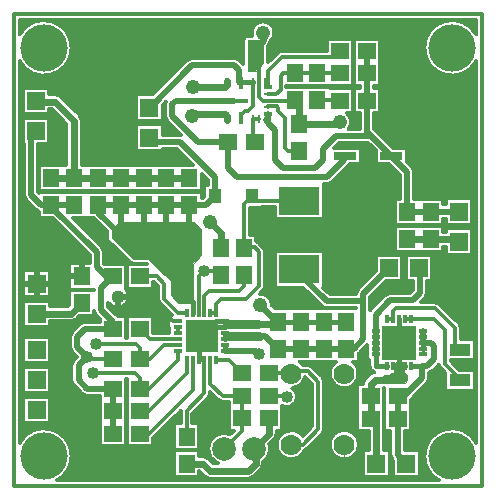
<source format=gbr>
G04 DesignSpark PCB Gerber Version 10.0 Build 5299*
G04 #@! TF.Part,Single*
G04 #@! TF.FileFunction,Copper,L1,Top*
G04 #@! TF.FilePolarity,Positive*
%FSLAX35Y35*%
%MOIN*%
G04 #@! TA.AperFunction,SMDPad,CuDef*
%ADD79R,0.00984X0.02756*%
%ADD27R,0.01181X0.02953*%
%ADD74R,0.01181X0.03150*%
%ADD83R,0.01378X0.02362*%
%ADD84R,0.01575X0.02362*%
%ADD80R,0.01575X0.03937*%
%ADD26R,0.04409X0.04803*%
%ADD20R,0.05500X0.06000*%
G04 #@! TA.AperFunction,ComponentPad*
%ADD21R,0.06000X0.06000*%
G04 #@! TA.AperFunction,SMDPad,CuDef*
%ADD75R,0.11024X0.11024*%
%ADD29R,0.11220X0.11220*%
G04 #@! TD.AperFunction*
%ADD10C,0.00394*%
%ADD17C,0.00787*%
%ADD13C,0.01181*%
%ADD11C,0.01200*%
%ADD16C,0.01575*%
%ADD12C,0.01969*%
%ADD18C,0.02362*%
%ADD19C,0.03543*%
G04 #@! TA.AperFunction,ViaPad*
%ADD15C,0.04000*%
%ADD14C,0.04409*%
%ADD70C,0.04803*%
G04 #@! TA.AperFunction,ComponentPad*
%ADD23C,0.07000*%
%ADD24C,0.07874*%
G04 #@! TA.AperFunction,WasherPad*
%ADD71C,0.15748*%
G04 #@! TA.AperFunction,SMDPad,CuDef*
%ADD77R,0.02756X0.00984*%
%ADD78R,0.02756X0.01181*%
%ADD28R,0.02953X0.01181*%
%ADD73R,0.03150X0.01181*%
%ADD76R,0.02756X0.01575*%
%ADD81R,0.03150X0.01575*%
%ADD82R,0.09449X0.01575*%
%ADD85R,0.07677X0.02559*%
%ADD72R,0.07087X0.04331*%
%ADD22R,0.06000X0.05500*%
%ADD25R,0.13386X0.09449*%
G04 #@! TD.AperFunction*
X0Y0D02*
D02*
D10*
X77765Y76584D02*
X73828D01*
X71466Y78946D01*
Y83671D01*
X63986Y91151D01*
X58868D01*
X51781Y98238D01*
Y100994D01*
X54143Y103356D01*
X79340D01*
X81702Y100994D01*
Y92332D01*
X78946Y89576D01*
Y77765D01*
X77765Y76584D01*
G36*
X77765Y76584D02*
X73828D01*
X71466Y78946D01*
Y83671D01*
X63986Y91151D01*
X58868D01*
X51781Y98238D01*
Y100994D01*
X54143Y103356D01*
X79340D01*
X81702Y100994D01*
Y92332D01*
X78946Y89576D01*
Y77765D01*
X77765Y76584D01*
G37*
X89576Y67923D02*
Y70679D01*
X100994D01*
X101781Y69891D01*
Y68710D01*
X100994Y67923D01*
X89576D01*
G36*
X89576Y67923D02*
Y70679D01*
X100994D01*
X101781Y69891D01*
Y68710D01*
X100994Y67923D01*
X89576D01*
G37*
X89655Y66742D02*
Y63986D01*
X101466D01*
X102254Y64773D01*
Y65876D01*
X101387Y66742D01*
X89655D01*
G36*
X89655Y66742D02*
Y63986D01*
X101466D01*
X102254Y64773D01*
Y65876D01*
X101387Y66742D01*
X89655D01*
G37*
X97214Y163986D02*
Y153907D01*
X99734D01*
X102254Y156427D01*
Y163986D01*
X97214D01*
G36*
X97214Y163986D02*
Y153907D01*
X99734D01*
X102254Y156427D01*
Y163986D01*
X97214D01*
G37*
X129340Y29222D02*
Y22883D01*
X137214Y49813D02*
X149419D01*
X150206Y50600D01*
Y52569D01*
X149655Y53120D01*
X145088D01*
X144301Y52332D01*
X142569D01*
X142017Y51781D01*
X139183D01*
X137214Y49813D01*
G36*
X137214Y49813D02*
X149419D01*
X150206Y50600D01*
Y52569D01*
X149655Y53120D01*
X145088D01*
X144301Y52332D01*
X142569D01*
X142017Y51781D01*
X139183D01*
X137214Y49813D01*
G37*
D02*
D11*
X19104Y15324D02*
X175324D01*
Y172805D01*
X19104D01*
Y15324D01*
X21091Y156960D02*
Y29909D01*
G75*
G02*
X38444Y25403I8091J-4506D01*
G01*
G75*
G02*
X33689Y17312I-9261J0D01*
G01*
X160740D01*
G75*
G02*
X155984Y25403I4506J8091D01*
G01*
G75*
G02*
X173337Y29909I9261J0D01*
G01*
Y156960D01*
G75*
G02*
X155984Y161466I-8091J4506D01*
G01*
G75*
G02*
X173337Y165972I9261J0D01*
G01*
Y170817D01*
X21091D01*
Y165972D01*
G75*
G02*
X38444Y161466I8091J-4506D01*
G01*
G75*
G02*
X21091Y156960I-9261J0D01*
G01*
X168326Y64387D02*
X172852D01*
Y57285D01*
X164783D01*
Y56931D01*
X167563Y54151D01*
X172852D01*
Y47049D01*
X162994D01*
Y53126D01*
X161408Y54711D01*
G75*
G02*
X160837Y55908I1396J1400D01*
G01*
X158735Y53806D01*
G75*
G02*
X157696Y53198I-1679J1676D01*
G01*
Y51387D01*
G75*
G02*
X157000Y49709I-2372J0D01*
G01*
X151454Y44163D01*
Y33706D01*
X149440D01*
Y27269D01*
X154435D01*
Y18498D01*
X145663D01*
Y23915D01*
X145393Y24185D01*
G75*
G02*
X144697Y25864I1676J1678D01*
G01*
Y33706D01*
X142683D01*
Y48228D01*
X142454D01*
Y36764D01*
G75*
G02*
X142617Y35864I-2406J-900D01*
G01*
G75*
G02*
Y35863I-1147J0D01*
G01*
G75*
G02*
Y35860I-907J-1D01*
G01*
Y27269D01*
X144435D01*
Y18498D01*
X135663D01*
Y27269D01*
X137480D01*
Y33706D01*
X133683D01*
Y49482D01*
X135530D01*
G75*
G02*
X135633Y49907I2538J-389D01*
G01*
G75*
G02*
X136094Y50933I1581J-95D01*
G01*
X138063Y52901D01*
G75*
G02*
X139185Y53365I1120J-1120D01*
G01*
X139344D01*
G75*
G02*
X138511Y53885I705J2057D01*
G01*
X138196Y54200D01*
G75*
G02*
X137559Y55738I1538J1538D01*
G01*
Y57285D01*
X136872D01*
Y62258D01*
X134156Y59543D01*
G75*
G02*
X134108Y59495I-1685J1678D01*
G01*
Y56832D01*
X132165D01*
G75*
G02*
X129340Y47957I-2825J-3988D01*
G01*
G75*
G02*
X126515Y56832I0J4887D01*
G01*
X114449D01*
G75*
G02*
X115570Y55728I-2825J-3987D01*
G01*
X117132D01*
G75*
G02*
X118534Y55148I4J-1978D01*
G01*
X122078Y51605D01*
G75*
G02*
X122657Y50206I-1399J-1398D01*
G01*
G75*
G02*
Y50203I-810J-2D01*
G01*
Y34458D01*
G75*
G02*
X122075Y33057I-1978J0D01*
G01*
X116843Y27826D01*
G75*
G02*
X116148Y27374I-1400J1396D01*
G01*
G75*
G02*
X106736Y29222I-4525J1848D01*
G01*
G75*
G02*
X115552Y32129I4887J0D01*
G01*
X118701Y35278D01*
Y49387D01*
X116378Y51710D01*
G75*
G02*
X112021Y47973I-4754J1134D01*
G01*
G75*
G02*
X108620Y42117I-1776J-2885D01*
G01*
Y33864D01*
X106802D01*
Y32836D01*
G75*
G02*
X106048Y31017I-2569J0D01*
G01*
X104356Y29326D01*
G75*
G02*
X102302Y23487I-5114J-1481D01*
G01*
Y22883D01*
G75*
G02*
X101548Y21065I-2569J0D01*
G01*
X99033Y18550D01*
G75*
G02*
X97214Y17795I-1819J1814D01*
G01*
X84616D01*
G75*
G02*
X82797Y18550I0J2569D01*
G01*
X81044Y20303D01*
X80880D01*
Y18486D01*
X72604D01*
Y27257D01*
X80880D01*
Y25440D01*
X82108D01*
G75*
G02*
X83927Y24685I0J-2569D01*
G01*
X85680Y22932D01*
X87187D01*
G75*
G02*
X83917Y27844I2055J4912D01*
G01*
G75*
G02*
X91339Y32738I5324J0D01*
G01*
X92464Y33864D01*
X90848D01*
Y43504D01*
X88789D01*
G75*
G02*
X87388Y44085I0J1978D01*
G01*
X84704Y46770D01*
Y46328D01*
G75*
G02*
X84122Y44928I-1978J0D01*
G01*
X78720Y39525D01*
Y36257D01*
X80880D01*
Y27486D01*
X72604D01*
Y36257D01*
X74764D01*
Y40344D01*
G75*
G02*
X74778Y40583I1978J0D01*
G01*
X65643Y31448D01*
G75*
G02*
X65628Y31433I-1408J1393D01*
G01*
Y28706D01*
X56856D01*
Y51142D01*
X56628D01*
Y28706D01*
X47856D01*
Y45472D01*
X43513D01*
G75*
G02*
X41835Y46169I0J2372D01*
G01*
X39082Y48922D01*
G75*
G02*
X38386Y50600I1676J1678D01*
G01*
Y55718D01*
G75*
G02*
X39082Y57396I2372J0D01*
G01*
X40126Y58441D01*
G75*
G02*
Y58474I3378J17D01*
G01*
G75*
G02*
Y58507I3378J17D01*
G01*
X38688Y59945D01*
G75*
G02*
X37992Y61624I1676J1678D01*
G01*
Y65167D01*
G75*
G02*
X38688Y66845I2372J0D01*
G01*
X41363Y69520D01*
G75*
G02*
X43041Y70216I1678J-1676D01*
G01*
X47856D01*
Y71250D01*
X46562Y72544D01*
G75*
G02*
X45919Y73725I1676J1679D01*
G01*
Y71950D01*
X41028D01*
X40105Y71028D01*
G75*
G02*
X38285Y70276I-1816J1816D01*
G01*
X31128D01*
Y68458D01*
X22356D01*
Y77230D01*
X31128D01*
Y75413D01*
X37225D01*
X37643Y75831D01*
Y80722D01*
X45866D01*
Y80754D01*
X37446D01*
Y89919D01*
X44449D01*
Y92452D01*
X32195Y104706D01*
X27565D01*
Y106847D01*
G75*
G02*
X26650Y107417I764J2246D01*
G01*
X23334Y110733D01*
G75*
G02*
X22638Y112411I1676J1678D01*
G01*
Y129364D01*
X22277D01*
Y138135D01*
X31049D01*
Y129364D01*
X27381D01*
Y113393D01*
X27565Y113210D01*
Y113478D01*
X81746D01*
Y111464D01*
X82322D01*
X82639Y111781D01*
Y115805D01*
X83858D01*
Y117452D01*
X81746Y119565D01*
Y113706D01*
X27565D01*
Y122478D01*
X36693D01*
Y136072D01*
X31820Y140945D01*
X31049D01*
Y139364D01*
X22277D01*
Y148135D01*
X31049D01*
Y146082D01*
X32883D01*
G75*
G02*
X34702Y145327I0J-2569D01*
G01*
X41075Y138954D01*
G75*
G02*
X41830Y137135I-1814J-1819D01*
G01*
Y122478D01*
X78833D01*
X73555Y127756D01*
X68765D01*
Y127159D01*
X59994D01*
Y135931D01*
X68765D01*
Y132499D01*
X74537D01*
G75*
G02*
X74998Y132454I0J-2372D01*
G01*
X70342Y137111D01*
G75*
G02*
X69646Y138789I1676J1678D01*
G01*
Y142726D01*
G75*
G02*
X69780Y143513I2372J0D01*
G01*
X68765Y142498D01*
Y137159D01*
X59994D01*
Y145931D01*
X65490D01*
X76953Y157394D01*
G75*
G02*
X78631Y158090I1678J-1676D01*
G01*
X92726D01*
G75*
G02*
X94404Y157394I0J-2372D01*
G01*
X95630Y156168D01*
Y163986D01*
G75*
G02*
X97214Y165570I1584J0D01*
G01*
X98582D01*
G75*
G02*
X98465Y166506I3672J935D01*
G01*
G75*
G02*
X106043I3789J0D01*
G01*
G75*
G02*
X104807Y163706I-3789J0D01*
G01*
G75*
G02*
X104067Y162167I-2553J280D01*
G01*
X103838Y161938D01*
Y156635D01*
X107073Y159870D01*
G75*
G02*
X108474Y160452I1401J-1396D01*
G01*
X123604D01*
Y164580D01*
X132376D01*
Y148824D01*
X124423D01*
Y148746D01*
X110058D01*
Y148517D01*
X124423D01*
Y148045D01*
X132376D01*
Y139769D01*
X130144D01*
G75*
G02*
X130735Y134468I-2379J-2949D01*
G01*
X134618D01*
Y139769D01*
X132604D01*
Y148045D01*
X134618D01*
Y148824D01*
X132604D01*
Y164580D01*
X141376D01*
Y148824D01*
X139361D01*
Y148045D01*
X141376D01*
Y139769D01*
X139361D01*
Y134385D01*
X139972Y133774D01*
G75*
G02*
X139975Y133772I-1878J-1881D01*
G01*
X140023Y133724D01*
X145678Y128069D01*
X150214D01*
Y123533D01*
X151882Y121865D01*
G75*
G02*
X152578Y120187I-1676J-1678D01*
G01*
Y111061D01*
X162218D01*
Y109271D01*
X163143D01*
Y111285D01*
X171915D01*
Y102513D01*
X163143D01*
Y104528D01*
X162218D01*
Y102289D01*
X146069D01*
Y111061D01*
X147835D01*
Y119204D01*
X144301Y122738D01*
X139765D01*
Y127274D01*
X137315Y129724D01*
X127567D01*
X125911Y128069D01*
X134860D01*
Y122738D01*
X131190D01*
G75*
G02*
X131016Y122544I-1850J1484D01*
G01*
X125113Y116641D01*
G75*
G02*
X123435Y115945I-1678J1676D01*
G01*
X122458D01*
Y104332D01*
X106301D01*
Y108465D01*
X102025D01*
Y108230D01*
X97854D01*
Y99230D01*
X100013D01*
Y96975D01*
G75*
G02*
X100818Y96487I-594J-1887D01*
G01*
X102393Y94912D01*
G75*
G02*
X102972Y93513I-1399J-1398D01*
G01*
G75*
G02*
Y93510I-810J-2D01*
G01*
Y82096D01*
G75*
G02*
X102390Y80695I-1978J0D01*
G01*
X101279Y79584D01*
G75*
G02*
X105176Y75797I108J-3787D01*
G01*
G75*
G02*
X105173Y75643I-3791J1D01*
G01*
X106213Y74604D01*
X133268D01*
Y74606D01*
X123435D01*
G75*
G02*
X121756Y75302I0J2372D01*
G01*
X115561Y81498D01*
X106301D01*
Y93718D01*
X122458D01*
Y81498D01*
X122269D01*
X124417Y79350D01*
X133268D01*
G75*
G02*
X133964Y81019I2372J-10D01*
G01*
X139915Y86970D01*
Y92387D01*
X148687D01*
Y83616D01*
X143269D01*
X138011Y78358D01*
Y76589D01*
G75*
G02*
Y76584I-2386J-2D01*
G01*
G75*
G02*
Y76580I-2386J-2D01*
G01*
Y74041D01*
G75*
G02*
X138058Y74089I1725J-1635D01*
G01*
X143016Y79047D01*
G75*
G02*
X144694Y79743I1678J-1676D01*
G01*
X151193D01*
X152165Y80716D01*
Y83616D01*
X149915D01*
Y92387D01*
X158687D01*
Y83616D01*
X156909D01*
Y79734D01*
G75*
G02*
X156213Y78056I-2372J0D01*
G01*
X154751Y76594D01*
X159655D01*
G75*
G02*
X161056Y76012I0J-1978D01*
G01*
X167744Y69324D01*
G75*
G02*
X168326Y67923I-1396J-1401D01*
G01*
Y64387D01*
X163143Y101285D02*
X171915D01*
Y92513D01*
X163143D01*
Y95106D01*
X162218D01*
Y93289D01*
X146069D01*
Y102061D01*
X162218D01*
Y100243D01*
X163143D01*
Y101285D01*
X124453Y29222D02*
G75*
G02*
X134228I4887J0D01*
G01*
G75*
G02*
X124453I-4887J0D01*
G01*
X22159Y87427D02*
X31324D01*
Y78261D01*
X22159D01*
Y87427D01*
X22356Y45065D02*
X31128D01*
Y36293D01*
X22356D01*
Y45065D01*
Y55065D02*
X31128D01*
Y46293D01*
X22356D01*
Y55065D01*
Y65065D02*
X31128D01*
Y56293D01*
X22356D01*
Y65065D01*
X38444Y25403D02*
G36*
X38444Y25403D02*
G75*
G02*
X34628Y17912I-9261J0D01*
G01*
X83850D01*
G75*
G02*
X82797Y18550I765J2451D01*
G01*
X81044Y20303D01*
X80880D01*
Y18486D01*
X72604D01*
Y27257D01*
X80880D01*
Y25440D01*
X82108D01*
G75*
G02*
X83927Y24685I0J-2568D01*
G01*
X85680Y22932D01*
X87187D01*
G75*
G02*
X83917Y27844I2055J4912D01*
G01*
G75*
G02*
X84099Y29222I5325J0D01*
G01*
X80880D01*
Y27486D01*
X72604D01*
Y29222D01*
X65628D01*
Y28706D01*
X56856D01*
Y29222D01*
X56628D01*
Y28706D01*
X47856D01*
Y29222D01*
X37620D01*
G75*
G02*
X38444Y25403I-8437J-3819D01*
G01*
G37*
X99033Y18550D02*
G36*
X99033Y18550D02*
G75*
G02*
X97980Y17912I-1819J1813D01*
G01*
X159800D01*
G75*
G02*
X155984Y25403I5446J7491D01*
G01*
G75*
G02*
X156808Y29222I9261J0D01*
G01*
X149440D01*
Y27269D01*
X154435D01*
Y18498D01*
X145663D01*
Y23915D01*
X145393Y24185D01*
G75*
G02*
X144697Y25864I1677J1679D01*
G01*
Y29222D01*
X142617D01*
Y27269D01*
X144435D01*
Y18498D01*
X135663D01*
Y27269D01*
X137480D01*
Y29222D01*
X134228D01*
G75*
G02*
X124453I-4887J0D01*
G01*
X118240D01*
X116843Y27826D01*
G75*
G02*
X116148Y27374I-1405J1404D01*
G01*
G75*
G02*
X106736Y29222I-4525J1848D01*
G01*
X104385D01*
G75*
G02*
X104566Y27844I-5143J-1378D01*
G01*
G75*
G02*
X102302Y23487I-5324J0D01*
G01*
Y22883D01*
Y22883D01*
G75*
G02*
X101548Y21065I-2568J0D01*
G01*
X99033Y18550D01*
G37*
X21691Y40679D02*
G36*
X21691Y40679D02*
Y30848D01*
G75*
G02*
X37620Y29222I7491J-5445D01*
G01*
X47856D01*
Y40679D01*
X31128D01*
Y36293D01*
X22356D01*
Y40679D01*
X21691D01*
G37*
X56628D02*
G36*
X56628Y40679D02*
Y29222D01*
X56856D01*
Y40679D01*
X56628D01*
G37*
X65628Y31433D02*
G36*
X65628Y31433D02*
Y29222D01*
X72604D01*
Y36257D01*
X74764D01*
Y40344D01*
G75*
G02*
Y40348I1897J2D01*
G01*
G75*
G02*
X74778Y40583I1916J0D01*
G01*
X65643Y31448D01*
X65628Y31433D01*
G37*
X78720Y39525D02*
G36*
X78720Y39525D02*
Y36257D01*
X80880D01*
Y29222D01*
X84099D01*
G75*
G02*
X91339Y32738I5143J-1378D01*
G01*
X92464Y33864D01*
X90848D01*
Y40679D01*
X79874D01*
X78720Y39525D01*
G37*
X104356Y29326D02*
G36*
X104356Y29326D02*
G75*
G02*
X104385Y29222I-5117J-1476D01*
G01*
X106736D01*
Y29222D01*
G75*
G02*
X115552Y32129I4887J0D01*
G01*
X118701Y35278D01*
Y40679D01*
X108620D01*
Y33864D01*
X106802D01*
Y32836D01*
Y32836D01*
G75*
G02*
X106048Y31017I-2568J0D01*
G01*
X104356Y29326D01*
G37*
X122075Y33057D02*
G36*
X122075Y33057D02*
X118240Y29222D01*
X124453D01*
G75*
G02*
X134228I4887J0D01*
G01*
X137480D01*
Y33706D01*
X133683D01*
Y40679D01*
X122657D01*
Y34458D01*
G75*
G02*
X122075Y33057I-1979J0D01*
G01*
G37*
X142454Y40679D02*
G36*
X142454Y40679D02*
Y36764D01*
G75*
G02*
X142617Y35865I-2398J-899D01*
G01*
G75*
G02*
Y35864I-2256J0D01*
G01*
Y35863D01*
Y35860D01*
Y29222D01*
X144697D01*
Y33706D01*
X142683D01*
Y40679D01*
X142454D01*
G37*
X149440Y33706D02*
G36*
X149440Y33706D02*
Y29222D01*
X156808D01*
G75*
G02*
X172737Y30848I8437J-3819D01*
G01*
Y40679D01*
X151454D01*
Y33706D01*
X149440D01*
G37*
X21691Y50679D02*
G36*
X21691Y50679D02*
Y40679D01*
X22356D01*
Y45065D01*
X31128D01*
Y40679D01*
X47856D01*
Y45472D01*
X43513D01*
G75*
G02*
X41835Y46169I1J2374D01*
G01*
X39082Y48922D01*
G75*
G02*
X38386Y50600I1677J1679D01*
G01*
Y50679D01*
X31128D01*
Y46293D01*
X22356D01*
Y50679D01*
X21691D01*
G37*
X56628D02*
G36*
X56628Y50679D02*
Y40679D01*
X56856D01*
Y50679D01*
X56628D01*
G37*
X84122Y44928D02*
G36*
X84122Y44928D02*
X79874Y40679D01*
X90848D01*
Y43504D01*
X88789D01*
G75*
G02*
X87388Y44085I0J1979D01*
G01*
X84704Y46770D01*
Y46328D01*
G75*
G02*
X84122Y44928I-1979J0D01*
G01*
G37*
X108620Y42117D02*
G36*
X108620Y42117D02*
Y40679D01*
X118701D01*
Y49387D01*
X117409Y50679D01*
X116005D01*
G75*
G02*
X112021Y47973I-4381J2165D01*
G01*
G75*
G02*
X113633Y45088I-1776J-2885D01*
G01*
G75*
G02*
X108620Y42117I-3387J0D01*
G01*
G37*
X122657Y50203D02*
G36*
X122657Y50203D02*
Y40679D01*
X133683D01*
Y49482D01*
X135530D01*
G75*
G02*
X135633Y49907I2482J-375D01*
G01*
G75*
G02*
X135888Y50679I1581J-95D01*
G01*
X133722D01*
G75*
G02*
X129340Y47957I-4381J2166D01*
G01*
G75*
G02*
X124959Y50679I0J4888D01*
G01*
X122600D01*
G75*
G02*
X122657Y50207I-1920J-472D01*
G01*
G75*
G02*
Y50206I-2148J0D01*
G01*
Y50206D01*
Y50203D01*
G37*
X142454Y48228D02*
G36*
X142454Y48228D02*
Y40679D01*
X142683D01*
Y48228D01*
X142454D01*
G37*
X151454Y44163D02*
G36*
X151454Y44163D02*
Y40679D01*
X172737D01*
Y47049D01*
X162994D01*
Y50679D01*
X157587D01*
G75*
G02*
X157000Y49709I-2266J710D01*
G01*
X151454Y44163D01*
G37*
X21691Y60679D02*
G36*
X21691Y60679D02*
Y50679D01*
X22356D01*
Y55065D01*
X31128D01*
Y50679D01*
X38386D01*
Y55718D01*
G75*
G02*
X39082Y57396I2374J-1D01*
G01*
X40126Y58441D01*
Y58474D01*
Y58507D01*
X38688Y59945D01*
G75*
G02*
X38189Y60679I1677J1679D01*
G01*
X31128D01*
Y56293D01*
X22356D01*
Y60679D01*
X21691D01*
G37*
X56628Y51142D02*
G36*
X56628Y51142D02*
Y50679D01*
X56856D01*
Y51142D01*
X56628D01*
G37*
X114449Y56832D02*
G36*
X114449Y56832D02*
G75*
G02*
X115570Y55728I-2833J-3996D01*
G01*
X117132D01*
G75*
G02*
X118534Y55148I5J-1976D01*
G01*
X122078Y51605D01*
G75*
G02*
X122600Y50679I-1398J-1398D01*
G01*
X124959D01*
G75*
G02*
X124453Y52844I4381J2165D01*
G01*
G75*
G02*
X126515Y56832I4888J0D01*
G01*
X114449D01*
G37*
X116378Y51710D02*
G36*
X116378Y51710D02*
G75*
G02*
X116005Y50679I-4754J1133D01*
G01*
X117409D01*
X116378Y51710D01*
G37*
X134108Y56832D02*
G36*
X134108Y56832D02*
X132165D01*
G75*
G02*
X134228Y52844I-2826J-3988D01*
G01*
G75*
G02*
X133722Y50679I-4887J0D01*
G01*
X135888D01*
G75*
G02*
X136094Y50933I1326J-867D01*
G01*
X138063Y52901D01*
G75*
G02*
X139185Y53365I1121J-1122D01*
G01*
X139344D01*
G75*
G02*
X138511Y53885I707J2060D01*
G01*
X138196Y54200D01*
G75*
G02*
X137559Y55738I1540J1539D01*
G01*
Y57285D01*
X136872D01*
Y60679D01*
X135293D01*
X134156Y59543D01*
G75*
G02*
X134108Y59495I-2931J2957D01*
G01*
Y56832D01*
G37*
X157696Y51387D02*
G36*
X157696Y51387D02*
G75*
G02*
X157587Y50679I-2375J2D01*
G01*
X162994D01*
Y53126D01*
X161408Y54711D01*
G75*
G02*
X160837Y55908I1393J1399D01*
G01*
X158735Y53806D01*
G75*
G02*
X157696Y53198I-1678J1674D01*
G01*
Y51387D01*
G37*
X164783Y57285D02*
G36*
X164783Y57285D02*
Y56931D01*
X167563Y54151D01*
X172737D01*
Y57285D01*
X164783D01*
G37*
X21691Y82844D02*
G36*
X21691Y82844D02*
Y60679D01*
X22356D01*
Y65065D01*
X31128D01*
Y60679D01*
X38189D01*
G75*
G02*
X37992Y61624I2176J945D01*
G01*
Y65167D01*
G75*
G02*
X38688Y66845I2374J-1D01*
G01*
X41363Y69520D01*
G75*
G02*
X43041Y70216I1679J-1677D01*
G01*
X47856D01*
Y71250D01*
X46562Y72544D01*
G75*
G02*
X45919Y73725I1678J1680D01*
G01*
Y71950D01*
X41028D01*
X40105Y71028D01*
G75*
G02*
X38285Y70276I-1817J1817D01*
G01*
X31128D01*
Y68458D01*
X22356D01*
Y77230D01*
X31128D01*
Y75413D01*
X37225D01*
X37643Y75831D01*
Y80722D01*
X45866D01*
Y80754D01*
X37446D01*
Y82844D01*
X31324D01*
Y78261D01*
X22159D01*
Y82844D01*
X21691D01*
G37*
X102390Y80695D02*
G36*
X102390Y80695D02*
X101279Y79584D01*
G75*
G02*
X105176Y75797I108J-3787D01*
G01*
G75*
G02*
X105173Y75643I-3746J0D01*
G01*
X106213Y74604D01*
X133268D01*
Y74606D01*
X123435D01*
G75*
G02*
X121756Y75302I1J2374D01*
G01*
X115561Y81498D01*
X106301D01*
Y82844D01*
X102972D01*
Y82096D01*
G75*
G02*
X102390Y80695I-1979J0D01*
G01*
G37*
X122458Y81498D02*
G36*
X122458Y81498D02*
X122269D01*
X124417Y79350D01*
X133268D01*
G75*
G02*
X133964Y81019I2370J-9D01*
G01*
X135789Y82844D01*
X122458D01*
Y81498D01*
G37*
X135293Y60679D02*
G36*
X135293Y60679D02*
X136872D01*
Y62258D01*
X135293Y60679D01*
G37*
X138011Y76580D02*
G36*
X138011Y76580D02*
Y74041D01*
G75*
G02*
X138058Y74089I3004J-2883D01*
G01*
X143016Y79047D01*
G75*
G02*
X144694Y79743I1679J-1677D01*
G01*
X151193D01*
X152165Y80716D01*
Y82844D01*
X142497D01*
X138011Y78358D01*
Y76589D01*
Y76584D01*
Y76580D01*
G37*
X156213Y78056D02*
G36*
X156213Y78056D02*
X154751Y76594D01*
X159655D01*
G75*
G02*
X161056Y76012I0J-1979D01*
G01*
X167744Y69324D01*
G75*
G02*
X168326Y67923I-1397J-1401D01*
G01*
Y64387D01*
X172737D01*
Y82844D01*
X156909D01*
Y79734D01*
G75*
G02*
X156213Y78056I-2374J1D01*
G01*
G37*
X21691Y94045D02*
G36*
X21691Y94045D02*
Y82844D01*
X22159D01*
Y87427D01*
X31324D01*
Y82844D01*
X37446D01*
Y89919D01*
X44449D01*
Y92452D01*
X42856Y94045D01*
X21691D01*
G37*
X102972Y93510D02*
G36*
X102972Y93510D02*
Y82844D01*
X106301D01*
Y93718D01*
X122458D01*
Y82844D01*
X135789D01*
X139915Y86970D01*
Y92387D01*
X148687D01*
Y83616D01*
X143269D01*
X142497Y82844D01*
X152165D01*
Y83616D01*
X149915D01*
Y92387D01*
X158687D01*
Y83616D01*
X156909D01*
Y82844D01*
X172737D01*
Y94045D01*
X171915D01*
Y92513D01*
X163143D01*
Y94045D01*
X162218D01*
Y93289D01*
X146069D01*
Y94045D01*
X102899D01*
G75*
G02*
X102972Y93514I-1904J-530D01*
G01*
G75*
G02*
Y93513I-2148J0D01*
G01*
Y93513D01*
Y93510D01*
G37*
X21691Y156021D02*
G36*
X21691Y156021D02*
Y94045D01*
X42856D01*
X32195Y104706D01*
X27565D01*
Y106847D01*
G75*
G02*
X26650Y107417I764J2246D01*
G01*
X23334Y110733D01*
G75*
G02*
X22638Y112411I1677J1679D01*
G01*
Y129364D01*
X22277D01*
Y138135D01*
X31049D01*
Y129364D01*
X27381D01*
Y113393D01*
X27565Y113210D01*
Y113478D01*
X81746D01*
Y111464D01*
X82322D01*
X82639Y111781D01*
Y115805D01*
X83858D01*
Y117452D01*
X81746Y119565D01*
Y113706D01*
X27565D01*
Y122478D01*
X36693D01*
Y136072D01*
X31820Y140945D01*
X31049D01*
Y139364D01*
X22277D01*
Y148135D01*
X31049D01*
Y146082D01*
X32883D01*
G75*
G02*
X34702Y145327I0J-2568D01*
G01*
X41075Y138954D01*
G75*
G02*
X41830Y137136I-1813J-1819D01*
G01*
Y137135D01*
Y122478D01*
X78833D01*
X73555Y127756D01*
X68765D01*
Y127159D01*
X59994D01*
Y135931D01*
X68765D01*
Y132499D01*
X74537D01*
G75*
G02*
X74998Y132454I-1J-2387D01*
G01*
X70342Y137111D01*
G75*
G02*
X69646Y138789I1677J1679D01*
G01*
Y142726D01*
G75*
G02*
X69780Y143513I2378J-1D01*
G01*
X68765Y142498D01*
Y137159D01*
X59994D01*
Y145931D01*
X65490D01*
X76953Y157394D01*
G75*
G02*
X78631Y158090I1679J-1677D01*
G01*
X92726D01*
G75*
G02*
X94404Y157394I-1J-2374D01*
G01*
X95630Y156168D01*
Y163986D01*
G75*
G02*
X97214Y165570I1584J0D01*
G01*
X98582D01*
G75*
G02*
X98465Y166506I3683J937D01*
G01*
G75*
G02*
X101493Y170217I3789J0D01*
G01*
X32214D01*
G75*
G02*
X38444Y161466I-3031J-8751D01*
G01*
G75*
G02*
X21691Y156021I-9261J0D01*
G01*
G37*
Y170217D02*
G36*
X21691Y170217D02*
Y166911D01*
G75*
G02*
X26151Y170217I7492J-5446D01*
G01*
X21691D01*
G37*
X97854Y108230D02*
G36*
X97854Y108230D02*
Y99230D01*
X100013D01*
Y96975D01*
G75*
G02*
X100818Y96487I-593J-1885D01*
G01*
X102393Y94912D01*
G75*
G02*
X102899Y94045I-1398J-1398D01*
G01*
X146069D01*
Y102061D01*
X162218D01*
Y100243D01*
X163143D01*
Y101285D01*
X171915D01*
Y94045D01*
X172737D01*
Y156021D01*
G75*
G02*
X155984Y161466I-7491J5445D01*
G01*
G75*
G02*
X162214Y170217I9261J0D01*
G01*
X103014D01*
G75*
G02*
X106043Y166506I-761J-3712D01*
G01*
G75*
G02*
X104807Y163706I-3791J1D01*
G01*
G75*
G02*
X104067Y162167I-2555J281D01*
G01*
X103838Y161938D01*
Y156635D01*
X107073Y159870D01*
G75*
G02*
X108474Y160452I1401J-1397D01*
G01*
X123604D01*
Y164580D01*
X132376D01*
Y148824D01*
X124423D01*
Y148746D01*
X110058D01*
Y148517D01*
X124423D01*
Y148045D01*
X132376D01*
Y139769D01*
X130144D01*
G75*
G02*
X131554Y136820I-2379J-2949D01*
G01*
G75*
G02*
X130735Y134468I-3789J0D01*
G01*
X134618D01*
Y139769D01*
X132604D01*
Y148045D01*
X134618D01*
Y148824D01*
X132604D01*
Y164580D01*
X141376D01*
Y148824D01*
X139361D01*
Y148045D01*
X141376D01*
Y139769D01*
X139361D01*
Y134385D01*
X139972Y133774D01*
G75*
G02*
X139975Y133772I-4J-6D01*
G01*
X140023Y133724D01*
X145678Y128069D01*
X150214D01*
Y123533D01*
X151882Y121865D01*
G75*
G02*
X152578Y120187I-1677J-1679D01*
G01*
Y111061D01*
X162218D01*
Y109271D01*
X163143D01*
Y111285D01*
X171915D01*
Y102513D01*
X163143D01*
Y104528D01*
X162218D01*
Y102289D01*
X146069D01*
Y111061D01*
X147835D01*
Y119204D01*
X144301Y122738D01*
X139765D01*
Y127274D01*
X137315Y129724D01*
X127567D01*
X125911Y128069D01*
X134860D01*
Y122738D01*
X131190D01*
G75*
G02*
X131016Y122544I-1768J1410D01*
G01*
X125113Y116641D01*
G75*
G02*
X123435Y115945I-1679J1677D01*
G01*
X122458D01*
Y104332D01*
X106301D01*
Y108465D01*
X102025D01*
Y108230D01*
X97854D01*
G37*
X162218Y95106D02*
G36*
X162218Y95106D02*
Y94045D01*
X163143D01*
Y95106D01*
X162218D01*
G37*
X168277Y170217D02*
G36*
X168277Y170217D02*
G75*
G02*
X172737Y166911I-3032J-8752D01*
G01*
Y170217D01*
X168277D01*
G37*
X45896Y104706D02*
X38903D01*
X48496Y95113D01*
G75*
G02*
X49192Y93435I-1676J-1678D01*
G01*
Y89482D01*
X56628D01*
Y81206D01*
X56454D01*
G75*
G02*
X57539Y78553I-2705J-2654D01*
G01*
G75*
G02*
X50609Y76432I-3789J0D01*
G01*
Y75204D01*
X53832Y71982D01*
X56628D01*
Y64783D01*
X56856D01*
Y71982D01*
X65628D01*
Y66338D01*
X70907D01*
Y68092D01*
X70710D01*
Y72439D01*
X71850D01*
X67845Y76443D01*
G75*
G02*
X67264Y77844I1396J1401D01*
G01*
Y82025D01*
X65922Y83366D01*
X65628D01*
Y81206D01*
X56856D01*
Y89482D01*
X63415D01*
X63330Y89567D01*
X58870D01*
G75*
G02*
X57748Y90031I-2J1584D01*
G01*
X50661Y97118D01*
G75*
G02*
X50197Y98238I1120J1120D01*
G01*
Y100405D01*
X45896Y104706D01*
G36*
X45896Y104706D02*
X38903D01*
X48496Y95113D01*
G75*
G02*
X49192Y93435I-1676J-1678D01*
G01*
Y89482D01*
X56628D01*
Y81206D01*
X56454D01*
G75*
G02*
X57539Y78553I-2705J-2654D01*
G01*
G75*
G02*
X50609Y76432I-3789J0D01*
G01*
Y75204D01*
X53832Y71982D01*
X56628D01*
Y64783D01*
X56856D01*
Y71982D01*
X65628D01*
Y66338D01*
X70907D01*
Y68092D01*
X70710D01*
Y72439D01*
X71850D01*
X67845Y76443D01*
G75*
G02*
X67264Y77844I1396J1401D01*
G01*
Y82025D01*
X65922Y83366D01*
X65628D01*
Y81206D01*
X56856D01*
Y89482D01*
X63415D01*
X63330Y89567D01*
X58870D01*
G75*
G02*
X57748Y90031I-2J1584D01*
G01*
X50661Y97118D01*
G75*
G02*
X50197Y98238I1120J1120D01*
G01*
Y100405D01*
X45896Y104706D01*
G37*
D02*
D12*
X24726Y82844D02*
X21773D01*
X26742Y80828D02*
Y77876D01*
Y84860D02*
Y87813D01*
X28757Y82844D02*
X31710D01*
X31702Y109092D02*
X39261D01*
X31702D02*
X28328D01*
X25009Y112411D01*
Y132096D01*
X26663Y133750D01*
X40015Y85336D02*
X37063D01*
X41781Y87352D02*
Y90305D01*
X47372Y109092D02*
Y106584D01*
X54143Y99813D01*
X47372Y109092D02*
X54931D01*
X52242Y40344D02*
Y32844D01*
Y47844D02*
Y40344D01*
Y47844D02*
X43513D01*
X40757Y50600D01*
Y55718D01*
X43513Y58474D01*
X52242Y67844D02*
X43041D01*
X40364Y65167D01*
Y61624D01*
X43513Y58474D01*
X52242Y67844D02*
Y70218D01*
X48238Y74222D01*
Y81340D01*
X52242Y85344D01*
X49872D01*
X46820Y88395D01*
Y93435D01*
X31702Y108553D01*
Y109092D01*
X53750Y77332D02*
Y74380D01*
X54931Y109092D02*
Y100600D01*
X56506Y99025D01*
X54931Y109092D02*
X62490D01*
X54970Y78553D02*
X57923D01*
X62490Y109092D02*
Y101309D01*
X63198Y100600D01*
X62490Y109092D02*
X70049D01*
X64380Y141545D02*
X64458D01*
X78631Y155718D01*
X92726D01*
X94301Y154143D01*
Y150108D01*
X94793Y149616D01*
X70049Y109092D02*
Y100364D01*
X69104Y99419D01*
X70049Y109092D02*
X77608D01*
Y101230D01*
X76978Y100600D01*
X77608Y109092D02*
X83305D01*
X86230Y112017D01*
Y118435D01*
X74537Y130128D01*
X65797D01*
X64380Y131545D01*
X89616Y60423D02*
X99832D01*
X100994Y59261D01*
X90490Y130128D02*
Y121340D01*
X93513Y118317D01*
X123435D01*
X129340Y124222D01*
Y125108D01*
X129635Y125403D01*
X92628Y143907D02*
X73198D01*
X72017Y142726D01*
Y138789D01*
X80679Y130128D01*
X90490D01*
X101387Y65561D02*
X102950D01*
X107293Y61218D01*
X103848Y139380D02*
Y136328D01*
X106112Y134065D01*
Y124222D01*
X108868Y121466D01*
X119498D01*
X122254Y124222D01*
Y127765D01*
X126584Y132096D01*
X138297D01*
X138346Y132047D01*
X103848Y139380D02*
Y138100D01*
X103159Y137411D01*
X107293Y61218D02*
X114852D01*
X114380Y87608D02*
Y86033D01*
X123435Y76978D01*
X135246D01*
X135639Y76584D01*
X114852Y61218D02*
X122411D01*
X129970D01*
X132478D01*
X135639Y64380D01*
Y76584D01*
Y79340D01*
X144301Y88002D01*
X136990Y143907D02*
Y133403D01*
X138346Y132047D01*
X136990Y152962D02*
Y143907D01*
Y160443D02*
Y152962D01*
X138346Y132047D02*
X144990Y125403D01*
X139734Y59261D02*
Y61230D01*
Y63198D02*
Y61230D01*
Y65167D02*
Y63198D01*
Y67135D02*
Y72411D01*
X144694Y77372D01*
X152175D01*
X154537Y79734D01*
Y87765D01*
X154301Y88002D01*
X139734Y67135D02*
Y65167D01*
X147069Y37844D02*
Y25864D01*
X150049Y22883D01*
X147069Y45344D02*
X149281D01*
X155324Y51387D01*
Y55482D01*
X147069Y45344D02*
Y37844D01*
X150206Y106675D02*
Y120187D01*
X144990Y125403D01*
X150206Y106675D02*
X158080D01*
X155482Y63198D02*
X158080D01*
X159261Y62017D01*
Y57687D01*
X157057Y55482D01*
X155324D01*
X155482Y65167D02*
Y63198D01*
Y67135D02*
Y65167D01*
X167529Y106899D02*
X158305D01*
X158080Y106675D01*
D02*
D13*
X52242Y57844D02*
X44143D01*
X43513Y58474D01*
X61242Y47844D02*
Y51297D01*
X59419Y53120D01*
X45482D01*
X61242Y57844D02*
Y61376D01*
X59813Y62805D01*
X46525D01*
X73868Y60423D02*
Y57470D01*
X64242Y47844D01*
X61242D01*
X73868Y62391D02*
X69242D01*
X64694Y57844D01*
X61242D01*
X73868Y64360D02*
X64726D01*
X61242Y67844D01*
X73868Y66328D02*
Y68297D01*
Y70265D02*
X72273D01*
X70285Y72254D01*
X76820Y57470D02*
Y52923D01*
X64242Y40344D01*
X61242D01*
X76820Y73218D02*
X73868D01*
X69242Y77844D01*
Y82844D01*
X66742Y85344D01*
X61242D01*
X78789Y57470D02*
Y47391D01*
X64242Y32844D01*
X61242D01*
X80757Y73218D02*
Y85482D01*
X82490Y87214D01*
X87025D01*
X88395Y85844D01*
X82726Y57470D02*
Y46328D01*
X76742Y40344D01*
Y31872D01*
X82726Y73218D02*
Y78828D01*
X84242Y80344D01*
X94143D01*
X95876Y82076D01*
Y85844D01*
X84694Y57470D02*
Y49576D01*
X88789Y45482D01*
X95155D01*
X95234Y45561D01*
X86663Y57470D02*
X90883D01*
X95234Y53120D01*
X86663Y73218D02*
Y76033D01*
X88395Y77765D01*
X96663D01*
X100994Y82096D01*
Y93513D01*
X99419Y95088D01*
X96120D01*
X95876Y94844D01*
X86663Y73218D02*
X84694D01*
X95234Y38002D02*
Y33836D01*
X89242Y27844D01*
X95234Y45561D02*
Y38002D01*
X95876Y94844D02*
Y109458D01*
X98435Y112017D01*
X99025Y137608D02*
Y130592D01*
X99490Y130128D01*
X99025Y150206D02*
Y142096D01*
X97372Y140443D01*
X96210D01*
X94793Y139025D01*
Y138198D01*
X100994Y137608D02*
X99025D01*
X100994Y150206D02*
Y155167D01*
X99734Y156427D01*
Y158946D01*
X100994Y150206D02*
Y145088D01*
X102254Y143828D01*
X103769D01*
X103848Y143907D01*
X103159Y150403D02*
Y149124D01*
X103848Y148435D01*
Y143907D02*
X112580D01*
X112805Y144131D01*
X103848Y145974D02*
X106604D01*
X108080Y147450D01*
Y152175D01*
X108868Y152962D01*
X112635D01*
X112805Y153131D01*
X103848Y148435D02*
Y153848D01*
X108474Y158474D01*
X126021D01*
X127990Y160443D01*
X104234Y45561D02*
X109773D01*
X110246Y45088D01*
X104234Y53120D02*
X111348D01*
X111624Y52844D01*
Y29222D02*
X115443D01*
X120679Y34458D01*
Y50206D01*
X117135Y53750D01*
X112529D01*
X111624Y52844D01*
X112805Y153131D02*
X120285D01*
X114380Y110443D02*
X100009D01*
X98435Y112017D01*
X114380Y127202D02*
X110612D01*
X109655Y128159D01*
Y138002D01*
X107293Y140364D01*
Y141545D01*
X106899Y141939D01*
X103946D01*
X103848Y141840D01*
X120285Y144131D02*
X127765D01*
X127990Y143907D01*
Y152962D02*
X120454D01*
X120285Y153131D01*
X145639Y71072D02*
Y73828D01*
X146427Y74616D01*
X159655D01*
X166348Y67923D01*
Y62411D01*
X167923Y60836D01*
X145639Y71072D02*
X143671D01*
X149576D02*
X151545D01*
X159261D01*
X162805Y67529D01*
Y56112D01*
X167923Y50994D01*
Y50600D01*
D02*
D14*
X53750Y78553D03*
D02*
D15*
X43513Y58474D03*
X45482Y53120D03*
X46525Y62805D03*
X82490Y87214D03*
X100994Y59261D03*
X110246Y45088D03*
D02*
D16*
X78789Y73218D02*
Y76742D01*
X77372Y78159D01*
X80757Y57470D02*
Y64360D01*
X81742Y65344D01*
X89616Y62391D02*
Y60423D01*
Y66328D02*
Y64360D01*
Y68297D02*
X84694D01*
X81742Y65344D01*
X89616Y70265D02*
Y68297D01*
Y70265D02*
X86663D01*
X81742Y65344D01*
X99025Y150206D02*
X95383D01*
X94793Y149616D01*
X107293Y70218D02*
X114852D01*
X122411D01*
X129970D01*
X139734Y59261D02*
Y55738D01*
X140049Y55423D01*
X143572D01*
X143671Y55324D01*
X145639D02*
X147608D01*
X148631D01*
X147608Y63198D02*
Y55324D01*
Y71072D02*
Y63198D01*
X148631Y55324D02*
X149576D01*
X151545D02*
X155167D01*
X155324Y55482D01*
X155482Y63198D02*
Y61230D01*
D02*
D17*
X89616Y66328D02*
X91958D01*
X92726Y65561D01*
X89616Y70265D02*
X92746D01*
X93907Y69104D01*
D02*
D18*
X26742Y72844D02*
X38289D01*
X41781Y76336D01*
X39261Y118092D02*
Y137135D01*
X32883Y143513D01*
X26899D01*
X26663Y143750D01*
X39261Y118092D02*
X31702D01*
X47372D02*
X39261D01*
X54931D02*
X47372D01*
X62490D02*
X54931D01*
X70049D02*
X62490D01*
X76742Y22872D02*
X82108D01*
X84616Y20364D01*
X97214D01*
X99734Y22883D01*
Y27352D01*
X99242Y27844D01*
X77608Y118092D02*
X70049D01*
X77765Y61230D03*
Y63986D03*
Y66742D03*
Y69498D03*
X80521Y61230D03*
Y63986D03*
Y66742D03*
Y69498D03*
X83277Y61230D03*
Y63986D03*
Y66742D03*
Y69498D03*
X86033Y61230D03*
Y63986D03*
Y66742D03*
Y69498D03*
X88395Y94844D02*
Y99734D01*
X84616Y103513D01*
X89478Y139380D02*
X79301D01*
X78710Y138789D01*
X89478Y148435D02*
X78868D01*
X90265Y137411D02*
Y138592D01*
X89478Y139380D01*
X90265Y150403D02*
Y149222D01*
X89478Y148435D01*
X100994Y69498D02*
X106572D01*
X107293Y70218D01*
X102254Y166506D02*
Y163986D01*
X99734Y161466D01*
X104234Y38002D02*
Y32836D01*
X99242Y27844D01*
X107293Y70218D02*
X106966D01*
X101387Y75797D01*
X114380Y136202D02*
X127147D01*
X127765Y136820D01*
X114380Y136202D02*
Y142557D01*
X112805Y144131D01*
X138069Y37844D02*
Y45344D01*
Y49092D01*
X139576Y50600D01*
X140049Y22883D02*
Y35864D01*
X138069Y37844D01*
X143513Y59261D03*
Y62017D03*
Y64773D03*
Y67529D03*
X146269Y59261D03*
Y62017D03*
Y64773D03*
Y67529D03*
X149025Y59261D03*
Y62017D03*
Y64773D03*
Y67529D03*
X151781Y59261D03*
Y62017D03*
Y64773D03*
Y67529D03*
X158080Y97675D02*
X166754D01*
X167529Y96899D01*
X158080Y97675D02*
X150206D01*
D02*
D19*
X147608Y55324D02*
Y53120D01*
D02*
D70*
X78710Y138789D03*
X78868Y148435D03*
X84616Y103513D03*
X101387Y75797D03*
X102254Y166506D03*
X127765Y136820D03*
D02*
D71*
X29183Y25403D03*
Y161466D03*
X165246Y25403D03*
Y161466D03*
D02*
D20*
X31702Y109092D03*
Y118092D03*
X39261Y109092D03*
Y118092D03*
X41781Y76336D03*
Y85336D03*
X47372Y109092D03*
Y118092D03*
X54931Y109092D03*
Y118092D03*
X62490Y109092D03*
Y118092D03*
X70049Y109092D03*
Y118092D03*
X76742Y22872D03*
Y31872D03*
X77608Y109092D03*
Y118092D03*
X88395Y85844D03*
Y94844D03*
X95876Y85844D03*
Y94844D03*
X107293Y61218D03*
Y70218D03*
X112805Y144131D03*
Y153131D03*
X114380Y127202D03*
Y136202D03*
X114852Y61218D03*
Y70218D03*
X120285Y144131D03*
Y153131D03*
X122411Y61218D03*
Y70218D03*
X129970Y61218D03*
Y70218D03*
X150206Y97675D03*
Y106675D03*
X158080Y97675D03*
Y106675D03*
D02*
D21*
X26663Y133750D03*
Y143750D03*
X26742Y40679D03*
Y50679D03*
Y60679D03*
Y72844D03*
Y82844D03*
X64380Y131545D03*
Y141545D03*
X140049Y22883D03*
X144301Y88002D03*
X150049Y22883D03*
X154301Y88002D03*
X167529Y96899D03*
Y106899D03*
D02*
D22*
X52242Y32844D03*
Y40344D03*
Y47844D03*
Y57844D03*
Y67844D03*
Y85344D03*
X61242Y32844D03*
Y40344D03*
Y47844D03*
Y57844D03*
Y67844D03*
Y85344D03*
X90490Y130128D03*
X95234Y38002D03*
Y45561D03*
Y53120D03*
X99490Y130128D03*
X104234Y38002D03*
Y45561D03*
Y53120D03*
X127990Y143907D03*
Y152962D03*
Y160443D03*
X136990Y143907D03*
Y152962D03*
Y160443D03*
X138069Y37844D03*
Y45344D03*
X147069Y37844D03*
Y45344D03*
D02*
D23*
X111624Y29222D03*
Y52844D03*
X129340Y29222D03*
Y52844D03*
D02*
D24*
X89242Y27844D03*
X99242D03*
D02*
D25*
X114380Y87608D03*
Y110443D03*
D02*
D26*
X86230Y112017D03*
X98435D03*
D02*
D27*
X143671Y55324D03*
Y71072D03*
X145639Y55324D03*
Y71072D03*
X147608Y55324D03*
Y71072D03*
X149576Y55324D03*
Y71072D03*
X151545Y55324D03*
Y71072D03*
D02*
D28*
X139734Y59261D03*
Y61230D03*
Y63198D03*
Y65167D03*
Y67135D03*
X155482Y59261D03*
Y61230D03*
Y63198D03*
Y65167D03*
Y67135D03*
D02*
D29*
X147608Y63198D03*
D02*
D72*
X167923Y50600D03*
Y60836D03*
D02*
D73*
X73868Y60423D03*
Y62391D03*
Y64360D03*
Y66328D03*
Y68297D03*
Y70265D03*
X89616Y60423D03*
Y62391D03*
Y64360D03*
Y66328D03*
Y68297D03*
Y70265D03*
D02*
D74*
X76820Y57470D03*
Y73218D03*
X78789Y57470D03*
Y73218D03*
X80757Y57470D03*
Y73218D03*
X82726Y57470D03*
Y73218D03*
X84694Y57470D03*
Y73218D03*
X86663Y57470D03*
Y73218D03*
D02*
D75*
X81742Y65344D03*
D02*
D76*
X103848Y139380D03*
Y148435D03*
D02*
D77*
Y141840D03*
Y145974D03*
D02*
D78*
Y143907D03*
D02*
D79*
X99025Y137608D03*
Y150206D03*
X100994Y137608D03*
Y150206D03*
D02*
D80*
X94793Y138198D03*
Y149616D03*
D02*
D81*
X89478Y139380D03*
Y148435D03*
D02*
D82*
X92628Y143907D03*
D02*
D83*
X103159Y137411D03*
Y150403D03*
D02*
D84*
X90265Y137411D03*
Y150403D03*
D02*
D85*
X129635Y125403D03*
X144990D03*
X0Y0D02*
M02*

</source>
